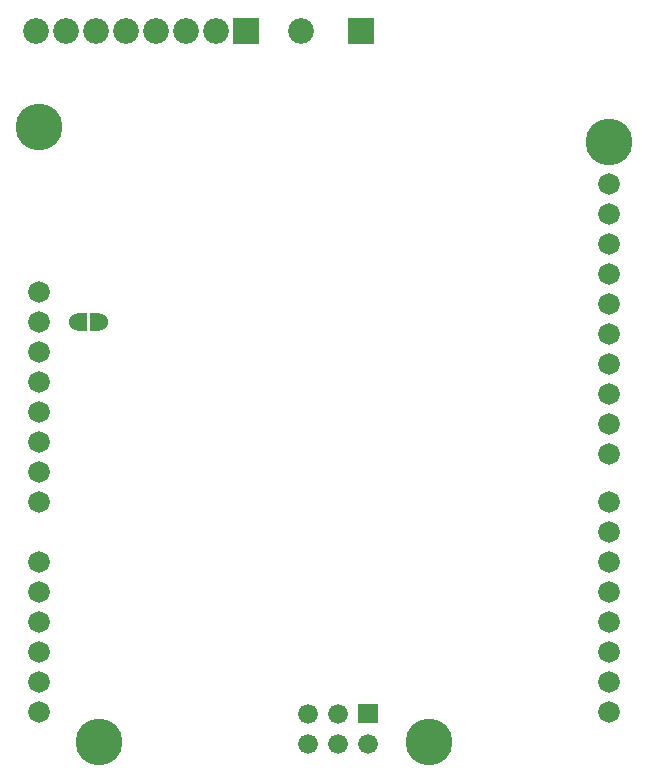
<source format=gbr>
G04 start of page 7 for group -4062 idx -4062 *
G04 Title: (unknown), soldermask *
G04 Creator: pcb 20140316 *
G04 CreationDate: Sun 31 Mar 2019 02:17:40 PM GMT UTC *
G04 For: railfan *
G04 Format: Gerber/RS-274X *
G04 PCB-Dimensions (mil): 2100.00 2700.00 *
G04 PCB-Coordinate-Origin: lower left *
%MOIN*%
%FSLAX25Y25*%
%LNBOTTOMMASK*%
%ADD72R,0.0300X0.0300*%
%ADD71C,0.0600*%
%ADD70C,0.0860*%
%ADD69C,0.0001*%
%ADD68C,0.0660*%
%ADD67C,0.1560*%
%ADD66C,0.0720*%
G54D66*X200000Y20000D03*
Y30000D03*
Y40000D03*
Y50000D03*
Y60000D03*
Y70000D03*
G54D67*X140000Y10000D03*
G54D68*X119803Y9449D03*
X109803D03*
X99803D03*
G54D69*G36*
X116503Y22749D02*Y16149D01*
X123103D01*
Y22749D01*
X116503D01*
G37*
G54D68*X109803Y19449D03*
X99803D03*
G54D66*X10000Y130000D03*
Y120000D03*
Y110000D03*
Y100000D03*
Y90000D03*
Y70000D03*
Y60000D03*
Y50000D03*
Y40000D03*
Y30000D03*
Y20000D03*
G54D67*X30000Y10000D03*
G54D66*X200000Y80000D03*
Y90000D03*
Y106000D03*
Y116000D03*
Y126000D03*
Y136000D03*
Y146000D03*
Y156000D03*
Y166000D03*
Y176000D03*
Y186000D03*
Y196000D03*
G54D67*Y210000D03*
G54D66*X10000Y160000D03*
Y150000D03*
Y140000D03*
G54D67*Y215000D03*
G54D70*X59000Y247000D03*
X49000D03*
X39000D03*
X29000D03*
X19000D03*
X9000D03*
G54D69*G36*
X113200Y251300D02*Y242700D01*
X121800D01*
Y251300D01*
X113200D01*
G37*
G36*
X74700D02*Y242700D01*
X83300D01*
Y251300D01*
X74700D01*
G37*
G54D70*X69000Y247000D03*
X97500D03*
G54D71*X29900Y150000D03*
G54D72*X28400Y151500D02*Y148500D01*
G54D71*X23100Y150000D03*
G54D72*X24600Y151500D02*Y148500D01*
M02*

</source>
